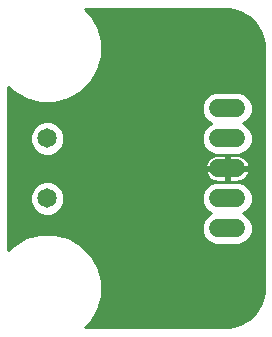
<source format=gbl>
G75*
%MOIN*%
%OFA0B0*%
%FSLAX24Y24*%
%IPPOS*%
%LPD*%
%AMOC8*
5,1,8,0,0,1.08239X$1,22.5*
%
%ADD10C,0.0650*%
%ADD11C,0.0600*%
%ADD12C,0.0100*%
%ADD13C,0.0376*%
D10*
X001725Y004725D03*
X001725Y006725D03*
D11*
X007425Y006725D02*
X008025Y006725D01*
X008025Y005725D02*
X007425Y005725D01*
X007425Y004725D02*
X008025Y004725D01*
X008025Y003725D02*
X007425Y003725D01*
X007425Y007725D02*
X008025Y007725D01*
D12*
X000420Y008449D02*
X000420Y003000D01*
X000604Y003185D01*
X001020Y003425D01*
X001485Y003550D01*
X001965Y003550D01*
X002429Y003425D01*
X002845Y003185D01*
X003185Y002845D01*
X003425Y002429D01*
X003550Y001965D01*
X003550Y001485D01*
X003425Y001020D01*
X003185Y000604D01*
X003000Y000420D01*
X007650Y000420D01*
X007820Y000431D01*
X008149Y000519D01*
X008445Y000689D01*
X008685Y000930D01*
X008856Y001225D01*
X008944Y001554D01*
X008955Y001725D01*
X008955Y009725D01*
X008944Y009895D01*
X008856Y010224D01*
X008685Y010519D01*
X008445Y010760D01*
X008149Y010931D01*
X007820Y011019D01*
X007650Y011030D01*
X003000Y011030D01*
X003185Y010845D01*
X003425Y010429D01*
X003550Y009965D01*
X003550Y009485D01*
X003425Y009020D01*
X003185Y008604D01*
X002845Y008265D01*
X002429Y008024D01*
X001965Y007900D01*
X001485Y007900D01*
X001020Y008024D01*
X000604Y008265D01*
X000420Y008449D01*
X000420Y008400D02*
X000469Y008400D01*
X000420Y008302D02*
X000567Y008302D01*
X000710Y008203D02*
X000420Y008203D01*
X000420Y008105D02*
X000881Y008105D01*
X001088Y008006D02*
X000420Y008006D01*
X000420Y007908D02*
X001455Y007908D01*
X001994Y007908D02*
X006905Y007908D01*
X006875Y007834D02*
X006875Y007615D01*
X006959Y007413D01*
X007113Y007259D01*
X007195Y007225D01*
X007113Y007191D01*
X006959Y007036D01*
X006875Y006834D01*
X006875Y006615D01*
X006959Y006413D01*
X007113Y006259D01*
X007315Y006175D01*
X008134Y006175D01*
X008336Y006259D01*
X008491Y006413D01*
X008575Y006615D01*
X008575Y006834D01*
X008491Y007036D01*
X008336Y007191D01*
X008255Y007225D01*
X008336Y007259D01*
X008491Y007413D01*
X008575Y007615D01*
X008575Y007834D01*
X008491Y008036D01*
X008336Y008191D01*
X008134Y008275D01*
X007315Y008275D01*
X007113Y008191D01*
X006959Y008036D01*
X006875Y007834D01*
X006875Y007809D02*
X000420Y007809D01*
X000420Y007711D02*
X006875Y007711D01*
X006876Y007612D02*
X000420Y007612D01*
X000420Y007514D02*
X006917Y007514D01*
X006958Y007415D02*
X000420Y007415D01*
X000420Y007317D02*
X007055Y007317D01*
X007179Y007218D02*
X002035Y007218D01*
X002050Y007212D02*
X001839Y007300D01*
X001610Y007300D01*
X001399Y007212D01*
X001238Y007050D01*
X001150Y006839D01*
X001150Y006610D01*
X001238Y006399D01*
X001399Y006238D01*
X001610Y006150D01*
X001839Y006150D01*
X002050Y006238D01*
X002212Y006399D01*
X002300Y006610D01*
X002300Y006839D01*
X002212Y007050D01*
X002050Y007212D01*
X002143Y007120D02*
X007042Y007120D01*
X006952Y007021D02*
X002224Y007021D01*
X002265Y006923D02*
X006912Y006923D01*
X006875Y006824D02*
X002300Y006824D01*
X002300Y006726D02*
X006875Y006726D01*
X006875Y006627D02*
X002300Y006627D01*
X002266Y006529D02*
X006911Y006529D01*
X006951Y006430D02*
X002225Y006430D01*
X002145Y006332D02*
X007040Y006332D01*
X007174Y006233D02*
X002040Y006233D01*
X001409Y006233D02*
X000420Y006233D01*
X000420Y006135D02*
X007238Y006135D01*
X007252Y006142D02*
X007189Y006110D01*
X007132Y006068D01*
X007082Y006018D01*
X007040Y005961D01*
X007008Y005898D01*
X006986Y005830D01*
X006977Y005775D01*
X007675Y005775D01*
X007675Y006175D01*
X007389Y006175D01*
X007319Y006164D01*
X007252Y006142D01*
X007100Y006036D02*
X000420Y006036D01*
X000420Y005938D02*
X007028Y005938D01*
X006989Y005839D02*
X000420Y005839D01*
X000420Y005741D02*
X007675Y005741D01*
X007675Y005775D02*
X007675Y005675D01*
X007775Y005675D01*
X007775Y005775D01*
X007675Y005775D01*
X007675Y005839D02*
X007775Y005839D01*
X007775Y005775D02*
X007775Y006175D01*
X008060Y006175D01*
X008130Y006164D01*
X008198Y006142D01*
X008261Y006110D01*
X008318Y006068D01*
X008368Y006018D01*
X008410Y005961D01*
X008442Y005898D01*
X008464Y005830D01*
X008472Y005775D01*
X007775Y005775D01*
X007775Y005741D02*
X008955Y005741D01*
X008955Y005839D02*
X008461Y005839D01*
X008421Y005938D02*
X008955Y005938D01*
X008955Y006036D02*
X008350Y006036D01*
X008211Y006135D02*
X008955Y006135D01*
X008955Y006233D02*
X008275Y006233D01*
X008410Y006332D02*
X008955Y006332D01*
X008955Y006430D02*
X008498Y006430D01*
X008539Y006529D02*
X008955Y006529D01*
X008955Y006627D02*
X008575Y006627D01*
X008575Y006726D02*
X008955Y006726D01*
X008955Y006824D02*
X008575Y006824D01*
X008538Y006923D02*
X008955Y006923D01*
X008955Y007021D02*
X008497Y007021D01*
X008408Y007120D02*
X008955Y007120D01*
X008955Y007218D02*
X008271Y007218D01*
X008395Y007317D02*
X008955Y007317D01*
X008955Y007415D02*
X008492Y007415D01*
X008533Y007514D02*
X008955Y007514D01*
X008955Y007612D02*
X008574Y007612D01*
X008575Y007711D02*
X008955Y007711D01*
X008955Y007809D02*
X008575Y007809D01*
X008544Y007908D02*
X008955Y007908D01*
X008955Y008006D02*
X008504Y008006D01*
X008423Y008105D02*
X008955Y008105D01*
X008955Y008203D02*
X008307Y008203D01*
X008955Y008302D02*
X002882Y008302D01*
X002981Y008400D02*
X008955Y008400D01*
X008955Y008499D02*
X003079Y008499D01*
X003178Y008597D02*
X008955Y008597D01*
X008955Y008696D02*
X003238Y008696D01*
X003295Y008794D02*
X008955Y008794D01*
X008955Y008893D02*
X003352Y008893D01*
X003408Y008991D02*
X008955Y008991D01*
X008955Y009090D02*
X003444Y009090D01*
X003470Y009188D02*
X008955Y009188D01*
X008955Y009287D02*
X003497Y009287D01*
X003523Y009385D02*
X008955Y009385D01*
X008955Y009484D02*
X003549Y009484D01*
X003550Y009582D02*
X008955Y009582D01*
X008955Y009681D02*
X003550Y009681D01*
X003550Y009779D02*
X008952Y009779D01*
X008945Y009878D02*
X003550Y009878D01*
X003547Y009976D02*
X008922Y009976D01*
X008896Y010075D02*
X003520Y010075D01*
X003494Y010173D02*
X008869Y010173D01*
X008828Y010272D02*
X003467Y010272D01*
X003441Y010370D02*
X008771Y010370D01*
X008715Y010469D02*
X003402Y010469D01*
X003345Y010567D02*
X008637Y010567D01*
X008539Y010666D02*
X003289Y010666D01*
X003232Y010764D02*
X008437Y010764D01*
X008267Y010863D02*
X003167Y010863D01*
X003069Y010961D02*
X008035Y010961D01*
X007143Y008203D02*
X002739Y008203D01*
X002569Y008105D02*
X007027Y008105D01*
X006946Y008006D02*
X002362Y008006D01*
X001414Y007218D02*
X000420Y007218D01*
X000420Y007120D02*
X001307Y007120D01*
X001225Y007021D02*
X000420Y007021D01*
X000420Y006923D02*
X001185Y006923D01*
X001150Y006824D02*
X000420Y006824D01*
X000420Y006726D02*
X001150Y006726D01*
X001150Y006627D02*
X000420Y006627D01*
X000420Y006529D02*
X001184Y006529D01*
X001225Y006430D02*
X000420Y006430D01*
X000420Y006332D02*
X001305Y006332D01*
X001610Y005300D02*
X001399Y005212D01*
X001238Y005050D01*
X001150Y004839D01*
X001150Y004610D01*
X001238Y004399D01*
X001399Y004238D01*
X001610Y004150D01*
X001839Y004150D01*
X002050Y004238D01*
X002212Y004399D01*
X002300Y004610D01*
X002300Y004839D01*
X002212Y005050D01*
X002050Y005212D01*
X001839Y005300D01*
X001610Y005300D01*
X001487Y005248D02*
X000420Y005248D01*
X000420Y005150D02*
X001337Y005150D01*
X001238Y005051D02*
X000420Y005051D01*
X000420Y004953D02*
X001197Y004953D01*
X001156Y004854D02*
X000420Y004854D01*
X000420Y004756D02*
X001150Y004756D01*
X001150Y004657D02*
X000420Y004657D01*
X000420Y004559D02*
X001171Y004559D01*
X001212Y004460D02*
X000420Y004460D01*
X000420Y004362D02*
X001275Y004362D01*
X001373Y004263D02*
X000420Y004263D01*
X000420Y004165D02*
X001575Y004165D01*
X001875Y004165D02*
X007087Y004165D01*
X007113Y004191D02*
X006959Y004036D01*
X006875Y003834D01*
X006875Y003615D01*
X006959Y003413D01*
X007113Y003259D01*
X007315Y003175D01*
X008134Y003175D01*
X008336Y003259D01*
X008491Y003413D01*
X008575Y003615D01*
X008575Y003834D01*
X008491Y004036D01*
X008336Y004191D01*
X008255Y004225D01*
X008336Y004259D01*
X008491Y004413D01*
X008575Y004615D01*
X008575Y004834D01*
X008491Y005036D01*
X008336Y005191D01*
X008134Y005275D01*
X007315Y005275D01*
X007113Y005191D01*
X006959Y005036D01*
X006875Y004834D01*
X006875Y004615D01*
X006959Y004413D01*
X007113Y004259D01*
X007195Y004225D01*
X007113Y004191D01*
X007108Y004263D02*
X002076Y004263D01*
X002175Y004362D02*
X007010Y004362D01*
X006939Y004460D02*
X002237Y004460D01*
X002278Y004559D02*
X006898Y004559D01*
X006875Y004657D02*
X002300Y004657D01*
X002300Y004756D02*
X006875Y004756D01*
X006883Y004854D02*
X002293Y004854D01*
X002253Y004953D02*
X006924Y004953D01*
X006973Y005051D02*
X002211Y005051D01*
X002113Y005150D02*
X007072Y005150D01*
X007251Y005248D02*
X001963Y005248D01*
X002242Y003475D02*
X006933Y003475D01*
X006892Y003574D02*
X000420Y003574D01*
X000420Y003672D02*
X006875Y003672D01*
X006875Y003771D02*
X000420Y003771D01*
X000420Y003869D02*
X006889Y003869D01*
X006930Y003968D02*
X000420Y003968D01*
X000420Y004066D02*
X006988Y004066D01*
X006995Y003377D02*
X002513Y003377D01*
X002684Y003278D02*
X007093Y003278D01*
X007303Y003180D02*
X002850Y003180D01*
X002949Y003081D02*
X008955Y003081D01*
X008955Y002983D02*
X003047Y002983D01*
X003146Y002884D02*
X008955Y002884D01*
X008955Y002786D02*
X003219Y002786D01*
X003276Y002687D02*
X008955Y002687D01*
X008955Y002589D02*
X003333Y002589D01*
X003390Y002490D02*
X008955Y002490D01*
X008955Y002392D02*
X003435Y002392D01*
X003462Y002293D02*
X008955Y002293D01*
X008955Y002195D02*
X003488Y002195D01*
X003514Y002096D02*
X008955Y002096D01*
X008955Y001998D02*
X003541Y001998D01*
X003550Y001899D02*
X008955Y001899D01*
X008955Y001801D02*
X003550Y001801D01*
X003550Y001702D02*
X008954Y001702D01*
X008947Y001604D02*
X003550Y001604D01*
X003550Y001505D02*
X008931Y001505D01*
X008904Y001407D02*
X003529Y001407D01*
X003502Y001308D02*
X008878Y001308D01*
X008847Y001210D02*
X003476Y001210D01*
X003450Y001111D02*
X008790Y001111D01*
X008733Y001013D02*
X003421Y001013D01*
X003364Y000914D02*
X008669Y000914D01*
X008571Y000816D02*
X003307Y000816D01*
X003250Y000717D02*
X008472Y000717D01*
X008322Y000619D02*
X003193Y000619D01*
X003101Y000520D02*
X008152Y000520D01*
X007682Y000422D02*
X003002Y000422D01*
X000766Y003278D02*
X000420Y003278D01*
X000420Y003180D02*
X000599Y003180D01*
X000501Y003081D02*
X000420Y003081D01*
X000420Y003377D02*
X000937Y003377D01*
X001207Y003475D02*
X000420Y003475D01*
X000420Y005347D02*
X007179Y005347D01*
X007189Y005340D02*
X007252Y005308D01*
X007319Y005286D01*
X007389Y005275D01*
X007675Y005275D01*
X007675Y005675D01*
X006977Y005675D01*
X006986Y005619D01*
X007008Y005552D01*
X007040Y005489D01*
X007082Y005432D01*
X007132Y005382D01*
X007189Y005340D01*
X007072Y005445D02*
X000420Y005445D01*
X000420Y005544D02*
X007012Y005544D01*
X006982Y005642D02*
X000420Y005642D01*
X007675Y005642D02*
X007775Y005642D01*
X007775Y005675D02*
X007775Y005275D01*
X008060Y005275D01*
X008130Y005286D01*
X008198Y005308D01*
X008261Y005340D01*
X008318Y005382D01*
X008368Y005432D01*
X008410Y005489D01*
X008442Y005552D01*
X008464Y005619D01*
X008472Y005675D01*
X007775Y005675D01*
X007775Y005544D02*
X007675Y005544D01*
X007675Y005445D02*
X007775Y005445D01*
X007775Y005347D02*
X007675Y005347D01*
X007675Y005938D02*
X007775Y005938D01*
X007775Y006036D02*
X007675Y006036D01*
X007675Y006135D02*
X007775Y006135D01*
X008378Y005445D02*
X008955Y005445D01*
X008955Y005347D02*
X008270Y005347D01*
X008198Y005248D02*
X008955Y005248D01*
X008955Y005150D02*
X008378Y005150D01*
X008476Y005051D02*
X008955Y005051D01*
X008955Y004953D02*
X008526Y004953D01*
X008566Y004854D02*
X008955Y004854D01*
X008955Y004756D02*
X008575Y004756D01*
X008575Y004657D02*
X008955Y004657D01*
X008955Y004559D02*
X008551Y004559D01*
X008511Y004460D02*
X008955Y004460D01*
X008955Y004362D02*
X008440Y004362D01*
X008341Y004263D02*
X008955Y004263D01*
X008955Y004165D02*
X008363Y004165D01*
X008461Y004066D02*
X008955Y004066D01*
X008955Y003968D02*
X008519Y003968D01*
X008560Y003869D02*
X008955Y003869D01*
X008955Y003771D02*
X008575Y003771D01*
X008575Y003672D02*
X008955Y003672D01*
X008955Y003574D02*
X008558Y003574D01*
X008517Y003475D02*
X008955Y003475D01*
X008955Y003377D02*
X008455Y003377D01*
X008356Y003278D02*
X008955Y003278D01*
X008955Y003180D02*
X008146Y003180D01*
X008438Y005544D02*
X008955Y005544D01*
X008955Y005642D02*
X008467Y005642D01*
D13*
X006225Y002451D03*
X006225Y009025D03*
X004601Y009375D03*
M02*

</source>
